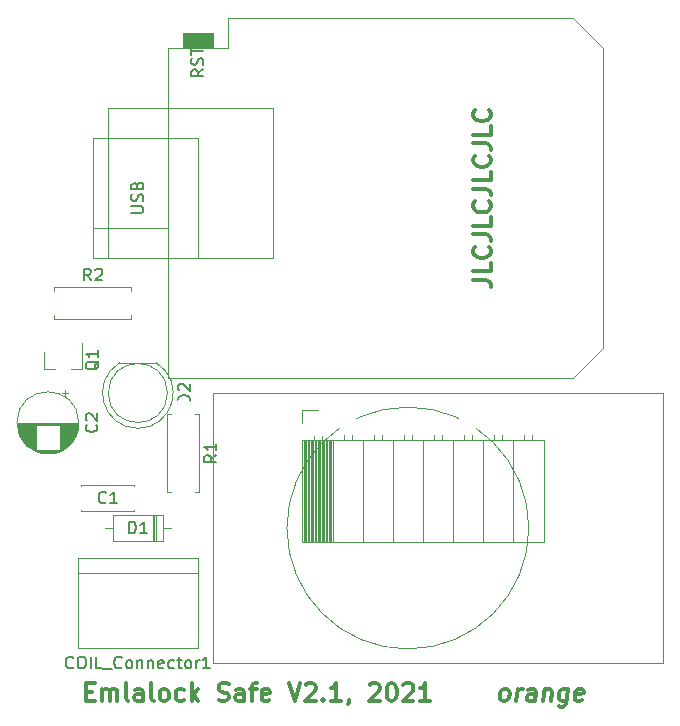
<source format=gto>
G04 #@! TF.GenerationSoftware,KiCad,Pcbnew,(5.1.12)-1*
G04 #@! TF.CreationDate,2022-01-06T10:15:51+01:00*
G04 #@! TF.ProjectId,EmlaLockSafe_Controller_Board,456d6c61-4c6f-4636-9b53-6166655f436f,2.0*
G04 #@! TF.SameCoordinates,Original*
G04 #@! TF.FileFunction,Legend,Top*
G04 #@! TF.FilePolarity,Positive*
%FSLAX46Y46*%
G04 Gerber Fmt 4.6, Leading zero omitted, Abs format (unit mm)*
G04 Created by KiCad (PCBNEW (5.1.12)-1) date 2022-01-06 10:15:51*
%MOMM*%
%LPD*%
G01*
G04 APERTURE LIST*
%ADD10C,0.300000*%
%ADD11C,0.120000*%
%ADD12C,0.100000*%
%ADD13C,0.150000*%
%ADD14C,1.800000*%
%ADD15C,3.000000*%
%ADD16C,1.400000*%
%ADD17C,3.100000*%
%ADD18O,2.000000X1.200000*%
%ADD19O,1.600000X1.600000*%
%ADD20C,1.600000*%
%ADD21O,1.700000X1.700000*%
%ADD22R,1.700000X1.700000*%
%ADD23R,1.800000X1.800000*%
%ADD24R,1.600000X1.600000*%
%ADD25R,3.000000X3.000000*%
%ADD26R,0.800000X0.900000*%
G04 APERTURE END LIST*
D10*
X155388571Y-94558571D02*
X156460000Y-94558571D01*
X156674285Y-94630000D01*
X156817142Y-94772857D01*
X156888571Y-94987142D01*
X156888571Y-95130000D01*
X156888571Y-93130000D02*
X156888571Y-93844285D01*
X155388571Y-93844285D01*
X156745714Y-91772857D02*
X156817142Y-91844285D01*
X156888571Y-92058571D01*
X156888571Y-92201428D01*
X156817142Y-92415714D01*
X156674285Y-92558571D01*
X156531428Y-92630000D01*
X156245714Y-92701428D01*
X156031428Y-92701428D01*
X155745714Y-92630000D01*
X155602857Y-92558571D01*
X155460000Y-92415714D01*
X155388571Y-92201428D01*
X155388571Y-92058571D01*
X155460000Y-91844285D01*
X155531428Y-91772857D01*
X155388571Y-90701428D02*
X156460000Y-90701428D01*
X156674285Y-90772857D01*
X156817142Y-90915714D01*
X156888571Y-91130000D01*
X156888571Y-91272857D01*
X156888571Y-89272857D02*
X156888571Y-89987142D01*
X155388571Y-89987142D01*
X156745714Y-87915714D02*
X156817142Y-87987142D01*
X156888571Y-88201428D01*
X156888571Y-88344285D01*
X156817142Y-88558571D01*
X156674285Y-88701428D01*
X156531428Y-88772857D01*
X156245714Y-88844285D01*
X156031428Y-88844285D01*
X155745714Y-88772857D01*
X155602857Y-88701428D01*
X155460000Y-88558571D01*
X155388571Y-88344285D01*
X155388571Y-88201428D01*
X155460000Y-87987142D01*
X155531428Y-87915714D01*
X155388571Y-86844285D02*
X156460000Y-86844285D01*
X156674285Y-86915714D01*
X156817142Y-87058571D01*
X156888571Y-87272857D01*
X156888571Y-87415714D01*
X156888571Y-85415714D02*
X156888571Y-86130000D01*
X155388571Y-86130000D01*
X156745714Y-84058571D02*
X156817142Y-84130000D01*
X156888571Y-84344285D01*
X156888571Y-84487142D01*
X156817142Y-84701428D01*
X156674285Y-84844285D01*
X156531428Y-84915714D01*
X156245714Y-84987142D01*
X156031428Y-84987142D01*
X155745714Y-84915714D01*
X155602857Y-84844285D01*
X155460000Y-84701428D01*
X155388571Y-84487142D01*
X155388571Y-84344285D01*
X155460000Y-84130000D01*
X155531428Y-84058571D01*
X155388571Y-82987142D02*
X156460000Y-82987142D01*
X156674285Y-83058571D01*
X156817142Y-83201428D01*
X156888571Y-83415714D01*
X156888571Y-83558571D01*
X156888571Y-81558571D02*
X156888571Y-82272857D01*
X155388571Y-82272857D01*
X156745714Y-80201428D02*
X156817142Y-80272857D01*
X156888571Y-80487142D01*
X156888571Y-80630000D01*
X156817142Y-80844285D01*
X156674285Y-80987142D01*
X156531428Y-81058571D01*
X156245714Y-81130000D01*
X156031428Y-81130000D01*
X155745714Y-81058571D01*
X155602857Y-80987142D01*
X155460000Y-80844285D01*
X155388571Y-80630000D01*
X155388571Y-80487142D01*
X155460000Y-80272857D01*
X155531428Y-80201428D01*
X157883928Y-130218571D02*
X157750000Y-130147142D01*
X157687500Y-130075714D01*
X157633928Y-129932857D01*
X157687500Y-129504285D01*
X157776785Y-129361428D01*
X157857142Y-129290000D01*
X158008928Y-129218571D01*
X158223214Y-129218571D01*
X158357142Y-129290000D01*
X158419642Y-129361428D01*
X158473214Y-129504285D01*
X158419642Y-129932857D01*
X158330357Y-130075714D01*
X158250000Y-130147142D01*
X158098214Y-130218571D01*
X157883928Y-130218571D01*
X159026785Y-130218571D02*
X159151785Y-129218571D01*
X159116071Y-129504285D02*
X159205357Y-129361428D01*
X159285714Y-129290000D01*
X159437500Y-129218571D01*
X159580357Y-129218571D01*
X160598214Y-130218571D02*
X160696428Y-129432857D01*
X160642857Y-129290000D01*
X160508928Y-129218571D01*
X160223214Y-129218571D01*
X160071428Y-129290000D01*
X160607142Y-130147142D02*
X160455357Y-130218571D01*
X160098214Y-130218571D01*
X159964285Y-130147142D01*
X159910714Y-130004285D01*
X159928571Y-129861428D01*
X160017857Y-129718571D01*
X160169642Y-129647142D01*
X160526785Y-129647142D01*
X160678571Y-129575714D01*
X161437500Y-129218571D02*
X161312500Y-130218571D01*
X161419642Y-129361428D02*
X161500000Y-129290000D01*
X161651785Y-129218571D01*
X161866071Y-129218571D01*
X162000000Y-129290000D01*
X162053571Y-129432857D01*
X161955357Y-130218571D01*
X163437500Y-129218571D02*
X163285714Y-130432857D01*
X163196428Y-130575714D01*
X163116071Y-130647142D01*
X162964285Y-130718571D01*
X162750000Y-130718571D01*
X162616071Y-130647142D01*
X163321428Y-130147142D02*
X163169642Y-130218571D01*
X162883928Y-130218571D01*
X162750000Y-130147142D01*
X162687500Y-130075714D01*
X162633928Y-129932857D01*
X162687500Y-129504285D01*
X162776785Y-129361428D01*
X162857142Y-129290000D01*
X163008928Y-129218571D01*
X163294642Y-129218571D01*
X163428571Y-129290000D01*
X164607142Y-130147142D02*
X164455357Y-130218571D01*
X164169642Y-130218571D01*
X164035714Y-130147142D01*
X163982142Y-130004285D01*
X164053571Y-129432857D01*
X164142857Y-129290000D01*
X164294642Y-129218571D01*
X164580357Y-129218571D01*
X164714285Y-129290000D01*
X164767857Y-129432857D01*
X164750000Y-129575714D01*
X164017857Y-129718571D01*
X122624285Y-129432857D02*
X123124285Y-129432857D01*
X123338571Y-130218571D02*
X122624285Y-130218571D01*
X122624285Y-128718571D01*
X123338571Y-128718571D01*
X123981428Y-130218571D02*
X123981428Y-129218571D01*
X123981428Y-129361428D02*
X124052857Y-129290000D01*
X124195714Y-129218571D01*
X124410000Y-129218571D01*
X124552857Y-129290000D01*
X124624285Y-129432857D01*
X124624285Y-130218571D01*
X124624285Y-129432857D02*
X124695714Y-129290000D01*
X124838571Y-129218571D01*
X125052857Y-129218571D01*
X125195714Y-129290000D01*
X125267142Y-129432857D01*
X125267142Y-130218571D01*
X126195714Y-130218571D02*
X126052857Y-130147142D01*
X125981428Y-130004285D01*
X125981428Y-128718571D01*
X127410000Y-130218571D02*
X127410000Y-129432857D01*
X127338571Y-129290000D01*
X127195714Y-129218571D01*
X126910000Y-129218571D01*
X126767142Y-129290000D01*
X127410000Y-130147142D02*
X127267142Y-130218571D01*
X126910000Y-130218571D01*
X126767142Y-130147142D01*
X126695714Y-130004285D01*
X126695714Y-129861428D01*
X126767142Y-129718571D01*
X126910000Y-129647142D01*
X127267142Y-129647142D01*
X127410000Y-129575714D01*
X128338571Y-130218571D02*
X128195714Y-130147142D01*
X128124285Y-130004285D01*
X128124285Y-128718571D01*
X129124285Y-130218571D02*
X128981428Y-130147142D01*
X128910000Y-130075714D01*
X128838571Y-129932857D01*
X128838571Y-129504285D01*
X128910000Y-129361428D01*
X128981428Y-129290000D01*
X129124285Y-129218571D01*
X129338571Y-129218571D01*
X129481428Y-129290000D01*
X129552857Y-129361428D01*
X129624285Y-129504285D01*
X129624285Y-129932857D01*
X129552857Y-130075714D01*
X129481428Y-130147142D01*
X129338571Y-130218571D01*
X129124285Y-130218571D01*
X130910000Y-130147142D02*
X130767142Y-130218571D01*
X130481428Y-130218571D01*
X130338571Y-130147142D01*
X130267142Y-130075714D01*
X130195714Y-129932857D01*
X130195714Y-129504285D01*
X130267142Y-129361428D01*
X130338571Y-129290000D01*
X130481428Y-129218571D01*
X130767142Y-129218571D01*
X130910000Y-129290000D01*
X131552857Y-130218571D02*
X131552857Y-128718571D01*
X131695714Y-129647142D02*
X132124285Y-130218571D01*
X132124285Y-129218571D02*
X131552857Y-129790000D01*
X133838571Y-130147142D02*
X134052857Y-130218571D01*
X134410000Y-130218571D01*
X134552857Y-130147142D01*
X134624285Y-130075714D01*
X134695714Y-129932857D01*
X134695714Y-129790000D01*
X134624285Y-129647142D01*
X134552857Y-129575714D01*
X134410000Y-129504285D01*
X134124285Y-129432857D01*
X133981428Y-129361428D01*
X133910000Y-129290000D01*
X133838571Y-129147142D01*
X133838571Y-129004285D01*
X133910000Y-128861428D01*
X133981428Y-128790000D01*
X134124285Y-128718571D01*
X134481428Y-128718571D01*
X134695714Y-128790000D01*
X135981428Y-130218571D02*
X135981428Y-129432857D01*
X135910000Y-129290000D01*
X135767142Y-129218571D01*
X135481428Y-129218571D01*
X135338571Y-129290000D01*
X135981428Y-130147142D02*
X135838571Y-130218571D01*
X135481428Y-130218571D01*
X135338571Y-130147142D01*
X135267142Y-130004285D01*
X135267142Y-129861428D01*
X135338571Y-129718571D01*
X135481428Y-129647142D01*
X135838571Y-129647142D01*
X135981428Y-129575714D01*
X136481428Y-129218571D02*
X137052857Y-129218571D01*
X136695714Y-130218571D02*
X136695714Y-128932857D01*
X136767142Y-128790000D01*
X136910000Y-128718571D01*
X137052857Y-128718571D01*
X138124285Y-130147142D02*
X137981428Y-130218571D01*
X137695714Y-130218571D01*
X137552857Y-130147142D01*
X137481428Y-130004285D01*
X137481428Y-129432857D01*
X137552857Y-129290000D01*
X137695714Y-129218571D01*
X137981428Y-129218571D01*
X138124285Y-129290000D01*
X138195714Y-129432857D01*
X138195714Y-129575714D01*
X137481428Y-129718571D01*
X139767142Y-128718571D02*
X140267142Y-130218571D01*
X140767142Y-128718571D01*
X141195714Y-128861428D02*
X141267142Y-128790000D01*
X141410000Y-128718571D01*
X141767142Y-128718571D01*
X141910000Y-128790000D01*
X141981428Y-128861428D01*
X142052857Y-129004285D01*
X142052857Y-129147142D01*
X141981428Y-129361428D01*
X141124285Y-130218571D01*
X142052857Y-130218571D01*
X142695714Y-130075714D02*
X142767142Y-130147142D01*
X142695714Y-130218571D01*
X142624285Y-130147142D01*
X142695714Y-130075714D01*
X142695714Y-130218571D01*
X144195714Y-130218571D02*
X143338571Y-130218571D01*
X143767142Y-130218571D02*
X143767142Y-128718571D01*
X143624285Y-128932857D01*
X143481428Y-129075714D01*
X143338571Y-129147142D01*
X144910000Y-130147142D02*
X144910000Y-130218571D01*
X144838571Y-130361428D01*
X144767142Y-130432857D01*
X146624285Y-128861428D02*
X146695714Y-128790000D01*
X146838571Y-128718571D01*
X147195714Y-128718571D01*
X147338571Y-128790000D01*
X147410000Y-128861428D01*
X147481428Y-129004285D01*
X147481428Y-129147142D01*
X147410000Y-129361428D01*
X146552857Y-130218571D01*
X147481428Y-130218571D01*
X148410000Y-128718571D02*
X148552857Y-128718571D01*
X148695714Y-128790000D01*
X148767142Y-128861428D01*
X148838571Y-129004285D01*
X148910000Y-129290000D01*
X148910000Y-129647142D01*
X148838571Y-129932857D01*
X148767142Y-130075714D01*
X148695714Y-130147142D01*
X148552857Y-130218571D01*
X148410000Y-130218571D01*
X148267142Y-130147142D01*
X148195714Y-130075714D01*
X148124285Y-129932857D01*
X148052857Y-129647142D01*
X148052857Y-129290000D01*
X148124285Y-129004285D01*
X148195714Y-128861428D01*
X148267142Y-128790000D01*
X148410000Y-128718571D01*
X149481428Y-128861428D02*
X149552857Y-128790000D01*
X149695714Y-128718571D01*
X150052857Y-128718571D01*
X150195714Y-128790000D01*
X150267142Y-128861428D01*
X150338571Y-129004285D01*
X150338571Y-129147142D01*
X150267142Y-129361428D01*
X149410000Y-130218571D01*
X150338571Y-130218571D01*
X151767142Y-130218571D02*
X150910000Y-130218571D01*
X151338571Y-130218571D02*
X151338571Y-128718571D01*
X151195714Y-128932857D01*
X151052857Y-129075714D01*
X150910000Y-129147142D01*
D11*
X129540000Y-82550000D02*
X123190000Y-82550000D01*
X129540000Y-90170000D02*
X129540000Y-82550000D01*
X123190000Y-90170000D02*
X129540000Y-90170000D01*
X123190000Y-82550000D02*
X123190000Y-90170000D01*
X138430000Y-92710000D02*
X138430000Y-80010000D01*
X124460000Y-92710000D02*
X138430000Y-92710000D01*
X124460000Y-80010000D02*
X124460000Y-92710000D01*
X138430000Y-80010000D02*
X124460000Y-80010000D01*
X134620000Y-74930000D02*
X129540000Y-74930000D01*
X166370000Y-100330000D02*
X166370000Y-76200000D01*
X166370000Y-100330000D02*
X163830000Y-102870000D01*
X166370000Y-74930000D02*
X163830000Y-72390000D01*
X166370000Y-74930000D02*
X166370000Y-76200000D01*
X163830000Y-102870000D02*
X129540000Y-102870000D01*
X163830000Y-72390000D02*
X134620000Y-72390000D01*
X134620000Y-72390000D02*
X134620000Y-74930000D01*
D12*
G36*
X130810000Y-73660000D02*
G01*
X133350000Y-73660000D01*
X133350000Y-74930000D01*
X130810000Y-74930000D01*
X130810000Y-73660000D01*
G37*
X130810000Y-73660000D02*
X133350000Y-73660000D01*
X133350000Y-74930000D01*
X130810000Y-74930000D01*
X130810000Y-73660000D01*
D11*
X129540000Y-74930000D02*
X129540000Y-102870000D01*
X129540000Y-82550000D02*
X123190000Y-82550000D01*
X123190000Y-82550000D02*
X123190000Y-92710000D01*
X123190000Y-92710000D02*
X129540000Y-92710000D01*
X129540000Y-82550000D02*
X132080000Y-82550000D01*
X132080000Y-82550000D02*
X132080000Y-92710000D01*
X132080000Y-92710000D02*
X129540000Y-92710000D01*
X160099067Y-115570000D02*
G75*
G03*
X160099067Y-115570000I-10239067J0D01*
G01*
X171450000Y-127000000D02*
X171450000Y-104140000D01*
X133350000Y-127000000D02*
X171450000Y-127000000D01*
X133350000Y-104140000D02*
X133350000Y-127000000D01*
X171450000Y-104140000D02*
X133350000Y-104140000D01*
X129440000Y-112490000D02*
X129770000Y-112490000D01*
X129440000Y-105950000D02*
X129440000Y-112490000D01*
X129770000Y-105950000D02*
X129440000Y-105950000D01*
X132180000Y-112490000D02*
X131850000Y-112490000D01*
X132180000Y-105950000D02*
X132180000Y-112490000D01*
X131850000Y-105950000D02*
X132180000Y-105950000D01*
X140910000Y-106680000D02*
X140910000Y-105570000D01*
X140910000Y-105570000D02*
X142240000Y-105570000D01*
X140910000Y-116770000D02*
X161350000Y-116770000D01*
X161350000Y-116770000D02*
X161350000Y-108140000D01*
X140910000Y-108140000D02*
X161350000Y-108140000D01*
X140910000Y-116770000D02*
X140910000Y-108140000D01*
X158750000Y-116770000D02*
X158750000Y-108140000D01*
X156210000Y-116770000D02*
X156210000Y-108140000D01*
X153670000Y-116770000D02*
X153670000Y-108140000D01*
X151130000Y-116770000D02*
X151130000Y-108140000D01*
X148590000Y-116770000D02*
X148590000Y-108140000D01*
X146050000Y-116770000D02*
X146050000Y-108140000D01*
X143510000Y-116770000D02*
X143510000Y-108140000D01*
X160380000Y-108140000D02*
X160380000Y-107730000D01*
X159660000Y-108140000D02*
X159660000Y-107730000D01*
X157840000Y-108140000D02*
X157840000Y-107730000D01*
X157120000Y-108140000D02*
X157120000Y-107730000D01*
X155300000Y-108140000D02*
X155300000Y-107730000D01*
X154580000Y-108140000D02*
X154580000Y-107730000D01*
X152760000Y-108140000D02*
X152760000Y-107730000D01*
X152040000Y-108140000D02*
X152040000Y-107730000D01*
X150220000Y-108140000D02*
X150220000Y-107730000D01*
X149500000Y-108140000D02*
X149500000Y-107730000D01*
X147680000Y-108140000D02*
X147680000Y-107730000D01*
X146960000Y-108140000D02*
X146960000Y-107730000D01*
X145140000Y-108140000D02*
X145140000Y-107730000D01*
X144420000Y-108140000D02*
X144420000Y-107730000D01*
X142600000Y-108140000D02*
X142600000Y-107790000D01*
X141880000Y-108140000D02*
X141880000Y-107790000D01*
X143391900Y-116770000D02*
X143391900Y-108140000D01*
X143273805Y-116770000D02*
X143273805Y-108140000D01*
X143155710Y-116770000D02*
X143155710Y-108140000D01*
X143037615Y-116770000D02*
X143037615Y-108140000D01*
X142919520Y-116770000D02*
X142919520Y-108140000D01*
X142801425Y-116770000D02*
X142801425Y-108140000D01*
X142683330Y-116770000D02*
X142683330Y-108140000D01*
X142565235Y-116770000D02*
X142565235Y-108140000D01*
X142447140Y-116770000D02*
X142447140Y-108140000D01*
X142329045Y-116770000D02*
X142329045Y-108140000D01*
X142210950Y-116770000D02*
X142210950Y-108140000D01*
X142092855Y-116770000D02*
X142092855Y-108140000D01*
X141974760Y-116770000D02*
X141974760Y-108140000D01*
X141856665Y-116770000D02*
X141856665Y-108140000D01*
X141738570Y-116770000D02*
X141738570Y-108140000D01*
X141620475Y-116770000D02*
X141620475Y-108140000D01*
X141502380Y-116770000D02*
X141502380Y-108140000D01*
X141384285Y-116770000D02*
X141384285Y-108140000D01*
X141266190Y-116770000D02*
X141266190Y-108140000D01*
X141148095Y-116770000D02*
X141148095Y-108140000D01*
X141030000Y-116770000D02*
X141030000Y-108140000D01*
X128545000Y-101580000D02*
X125455000Y-101580000D01*
X129500000Y-104140000D02*
G75*
G03*
X129500000Y-104140000I-2500000J0D01*
G01*
X127000462Y-107130000D02*
G75*
G02*
X125455170Y-101580000I-462J2990000D01*
G01*
X126999538Y-107130000D02*
G75*
G03*
X128544830Y-101580000I462J2990000D01*
G01*
X128520000Y-116690000D02*
X128520000Y-114450000D01*
X128280000Y-116690000D02*
X128280000Y-114450000D01*
X128400000Y-116690000D02*
X128400000Y-114450000D01*
X124230000Y-115570000D02*
X124880000Y-115570000D01*
X129770000Y-115570000D02*
X129120000Y-115570000D01*
X124880000Y-116690000D02*
X129120000Y-116690000D01*
X124880000Y-114450000D02*
X124880000Y-116690000D01*
X129120000Y-114450000D02*
X124880000Y-114450000D01*
X129120000Y-116690000D02*
X129120000Y-114450000D01*
X132080000Y-118110000D02*
X121920000Y-118110000D01*
X132080000Y-125730000D02*
X132080000Y-118110000D01*
X121920000Y-125730000D02*
X132080000Y-125730000D01*
X121920000Y-118110000D02*
X121920000Y-125730000D01*
X121920000Y-119380000D02*
X132080000Y-119380000D01*
X126460000Y-97890000D02*
X126460000Y-97560000D01*
X119920000Y-97890000D02*
X126460000Y-97890000D01*
X119920000Y-97560000D02*
X119920000Y-97890000D01*
X126460000Y-95150000D02*
X126460000Y-95480000D01*
X119920000Y-95150000D02*
X126460000Y-95150000D01*
X119920000Y-95480000D02*
X119920000Y-95150000D01*
X119070000Y-102090000D02*
X119070000Y-100630000D01*
X122230000Y-102090000D02*
X122230000Y-99930000D01*
X122230000Y-102090000D02*
X121300000Y-102090000D01*
X119070000Y-102090000D02*
X120000000Y-102090000D01*
X121105000Y-104105225D02*
X120605000Y-104105225D01*
X120855000Y-103855225D02*
X120855000Y-104355225D01*
X119664000Y-109261000D02*
X119096000Y-109261000D01*
X119898000Y-109221000D02*
X118862000Y-109221000D01*
X120057000Y-109181000D02*
X118703000Y-109181000D01*
X120185000Y-109141000D02*
X118575000Y-109141000D01*
X120295000Y-109101000D02*
X118465000Y-109101000D01*
X120391000Y-109061000D02*
X118369000Y-109061000D01*
X120478000Y-109021000D02*
X118282000Y-109021000D01*
X120558000Y-108981000D02*
X118202000Y-108981000D01*
X118340000Y-108941000D02*
X118129000Y-108941000D01*
X120631000Y-108941000D02*
X120420000Y-108941000D01*
X118340000Y-108901000D02*
X118061000Y-108901000D01*
X120699000Y-108901000D02*
X120420000Y-108901000D01*
X118340000Y-108861000D02*
X117997000Y-108861000D01*
X120763000Y-108861000D02*
X120420000Y-108861000D01*
X118340000Y-108821000D02*
X117937000Y-108821000D01*
X120823000Y-108821000D02*
X120420000Y-108821000D01*
X118340000Y-108781000D02*
X117880000Y-108781000D01*
X120880000Y-108781000D02*
X120420000Y-108781000D01*
X118340000Y-108741000D02*
X117826000Y-108741000D01*
X120934000Y-108741000D02*
X120420000Y-108741000D01*
X118340000Y-108701000D02*
X117775000Y-108701000D01*
X120985000Y-108701000D02*
X120420000Y-108701000D01*
X118340000Y-108661000D02*
X117727000Y-108661000D01*
X121033000Y-108661000D02*
X120420000Y-108661000D01*
X118340000Y-108621000D02*
X117681000Y-108621000D01*
X121079000Y-108621000D02*
X120420000Y-108621000D01*
X118340000Y-108581000D02*
X117637000Y-108581000D01*
X121123000Y-108581000D02*
X120420000Y-108581000D01*
X118340000Y-108541000D02*
X117595000Y-108541000D01*
X121165000Y-108541000D02*
X120420000Y-108541000D01*
X118340000Y-108501000D02*
X117554000Y-108501000D01*
X121206000Y-108501000D02*
X120420000Y-108501000D01*
X118340000Y-108461000D02*
X117516000Y-108461000D01*
X121244000Y-108461000D02*
X120420000Y-108461000D01*
X118340000Y-108421000D02*
X117479000Y-108421000D01*
X121281000Y-108421000D02*
X120420000Y-108421000D01*
X118340000Y-108381000D02*
X117443000Y-108381000D01*
X121317000Y-108381000D02*
X120420000Y-108381000D01*
X118340000Y-108341000D02*
X117409000Y-108341000D01*
X121351000Y-108341000D02*
X120420000Y-108341000D01*
X118340000Y-108301000D02*
X117376000Y-108301000D01*
X121384000Y-108301000D02*
X120420000Y-108301000D01*
X118340000Y-108261000D02*
X117345000Y-108261000D01*
X121415000Y-108261000D02*
X120420000Y-108261000D01*
X118340000Y-108221000D02*
X117315000Y-108221000D01*
X121445000Y-108221000D02*
X120420000Y-108221000D01*
X118340000Y-108181000D02*
X117285000Y-108181000D01*
X121475000Y-108181000D02*
X120420000Y-108181000D01*
X118340000Y-108141000D02*
X117258000Y-108141000D01*
X121502000Y-108141000D02*
X120420000Y-108141000D01*
X118340000Y-108101000D02*
X117231000Y-108101000D01*
X121529000Y-108101000D02*
X120420000Y-108101000D01*
X118340000Y-108061000D02*
X117205000Y-108061000D01*
X121555000Y-108061000D02*
X120420000Y-108061000D01*
X118340000Y-108021000D02*
X117180000Y-108021000D01*
X121580000Y-108021000D02*
X120420000Y-108021000D01*
X118340000Y-107981000D02*
X117156000Y-107981000D01*
X121604000Y-107981000D02*
X120420000Y-107981000D01*
X118340000Y-107941000D02*
X117133000Y-107941000D01*
X121627000Y-107941000D02*
X120420000Y-107941000D01*
X118340000Y-107901000D02*
X117112000Y-107901000D01*
X121648000Y-107901000D02*
X120420000Y-107901000D01*
X118340000Y-107861000D02*
X117090000Y-107861000D01*
X121670000Y-107861000D02*
X120420000Y-107861000D01*
X118340000Y-107821000D02*
X117070000Y-107821000D01*
X121690000Y-107821000D02*
X120420000Y-107821000D01*
X118340000Y-107781000D02*
X117051000Y-107781000D01*
X121709000Y-107781000D02*
X120420000Y-107781000D01*
X118340000Y-107741000D02*
X117032000Y-107741000D01*
X121728000Y-107741000D02*
X120420000Y-107741000D01*
X118340000Y-107701000D02*
X117015000Y-107701000D01*
X121745000Y-107701000D02*
X120420000Y-107701000D01*
X118340000Y-107661000D02*
X116998000Y-107661000D01*
X121762000Y-107661000D02*
X120420000Y-107661000D01*
X118340000Y-107621000D02*
X116982000Y-107621000D01*
X121778000Y-107621000D02*
X120420000Y-107621000D01*
X118340000Y-107581000D02*
X116966000Y-107581000D01*
X121794000Y-107581000D02*
X120420000Y-107581000D01*
X118340000Y-107541000D02*
X116952000Y-107541000D01*
X121808000Y-107541000D02*
X120420000Y-107541000D01*
X118340000Y-107501000D02*
X116938000Y-107501000D01*
X121822000Y-107501000D02*
X120420000Y-107501000D01*
X118340000Y-107461000D02*
X116925000Y-107461000D01*
X121835000Y-107461000D02*
X120420000Y-107461000D01*
X118340000Y-107421000D02*
X116912000Y-107421000D01*
X121848000Y-107421000D02*
X120420000Y-107421000D01*
X118340000Y-107381000D02*
X116900000Y-107381000D01*
X121860000Y-107381000D02*
X120420000Y-107381000D01*
X118340000Y-107340000D02*
X116889000Y-107340000D01*
X121871000Y-107340000D02*
X120420000Y-107340000D01*
X118340000Y-107300000D02*
X116879000Y-107300000D01*
X121881000Y-107300000D02*
X120420000Y-107300000D01*
X118340000Y-107260000D02*
X116869000Y-107260000D01*
X121891000Y-107260000D02*
X120420000Y-107260000D01*
X118340000Y-107220000D02*
X116860000Y-107220000D01*
X121900000Y-107220000D02*
X120420000Y-107220000D01*
X118340000Y-107180000D02*
X116852000Y-107180000D01*
X121908000Y-107180000D02*
X120420000Y-107180000D01*
X118340000Y-107140000D02*
X116844000Y-107140000D01*
X121916000Y-107140000D02*
X120420000Y-107140000D01*
X118340000Y-107100000D02*
X116837000Y-107100000D01*
X121923000Y-107100000D02*
X120420000Y-107100000D01*
X118340000Y-107060000D02*
X116830000Y-107060000D01*
X121930000Y-107060000D02*
X120420000Y-107060000D01*
X118340000Y-107020000D02*
X116824000Y-107020000D01*
X121936000Y-107020000D02*
X120420000Y-107020000D01*
X118340000Y-106980000D02*
X116819000Y-106980000D01*
X121941000Y-106980000D02*
X120420000Y-106980000D01*
X118340000Y-106940000D02*
X116815000Y-106940000D01*
X121945000Y-106940000D02*
X120420000Y-106940000D01*
X118340000Y-106900000D02*
X116811000Y-106900000D01*
X121949000Y-106900000D02*
X120420000Y-106900000D01*
X121953000Y-106860000D02*
X116807000Y-106860000D01*
X121956000Y-106820000D02*
X116804000Y-106820000D01*
X121958000Y-106780000D02*
X116802000Y-106780000D01*
X121959000Y-106740000D02*
X116801000Y-106740000D01*
X121960000Y-106700000D02*
X116800000Y-106700000D01*
X121960000Y-106660000D02*
X116800000Y-106660000D01*
X122000000Y-106660000D02*
G75*
G03*
X122000000Y-106660000I-2620000J0D01*
G01*
X122150000Y-111975000D02*
X122150000Y-111960000D01*
X122150000Y-114100000D02*
X122150000Y-114085000D01*
X126690000Y-111975000D02*
X126690000Y-111960000D01*
X126690000Y-114100000D02*
X126690000Y-114085000D01*
X126690000Y-111960000D02*
X122150000Y-111960000D01*
X126690000Y-114100000D02*
X122150000Y-114100000D01*
D13*
X126238095Y-102322380D02*
X126238095Y-103131904D01*
X126285714Y-103227142D01*
X126333333Y-103274761D01*
X126428571Y-103322380D01*
X126619047Y-103322380D01*
X126714285Y-103274761D01*
X126761904Y-103227142D01*
X126809523Y-103131904D01*
X126809523Y-102322380D01*
X127238095Y-102417619D02*
X127285714Y-102370000D01*
X127380952Y-102322380D01*
X127619047Y-102322380D01*
X127714285Y-102370000D01*
X127761904Y-102417619D01*
X127809523Y-102512857D01*
X127809523Y-102608095D01*
X127761904Y-102750952D01*
X127190476Y-103322380D01*
X127809523Y-103322380D01*
X132532380Y-76747619D02*
X132056190Y-77080952D01*
X132532380Y-77319047D02*
X131532380Y-77319047D01*
X131532380Y-76938095D01*
X131580000Y-76842857D01*
X131627619Y-76795238D01*
X131722857Y-76747619D01*
X131865714Y-76747619D01*
X131960952Y-76795238D01*
X132008571Y-76842857D01*
X132056190Y-76938095D01*
X132056190Y-77319047D01*
X132484761Y-76366666D02*
X132532380Y-76223809D01*
X132532380Y-75985714D01*
X132484761Y-75890476D01*
X132437142Y-75842857D01*
X132341904Y-75795238D01*
X132246666Y-75795238D01*
X132151428Y-75842857D01*
X132103809Y-75890476D01*
X132056190Y-75985714D01*
X132008571Y-76176190D01*
X131960952Y-76271428D01*
X131913333Y-76319047D01*
X131818095Y-76366666D01*
X131722857Y-76366666D01*
X131627619Y-76319047D01*
X131580000Y-76271428D01*
X131532380Y-76176190D01*
X131532380Y-75938095D01*
X131580000Y-75795238D01*
X131532380Y-75509523D02*
X131532380Y-74938095D01*
X132532380Y-75223809D02*
X131532380Y-75223809D01*
X126452380Y-88891904D02*
X127261904Y-88891904D01*
X127357142Y-88844285D01*
X127404761Y-88796666D01*
X127452380Y-88701428D01*
X127452380Y-88510952D01*
X127404761Y-88415714D01*
X127357142Y-88368095D01*
X127261904Y-88320476D01*
X126452380Y-88320476D01*
X127404761Y-87891904D02*
X127452380Y-87749047D01*
X127452380Y-87510952D01*
X127404761Y-87415714D01*
X127357142Y-87368095D01*
X127261904Y-87320476D01*
X127166666Y-87320476D01*
X127071428Y-87368095D01*
X127023809Y-87415714D01*
X126976190Y-87510952D01*
X126928571Y-87701428D01*
X126880952Y-87796666D01*
X126833333Y-87844285D01*
X126738095Y-87891904D01*
X126642857Y-87891904D01*
X126547619Y-87844285D01*
X126500000Y-87796666D01*
X126452380Y-87701428D01*
X126452380Y-87463333D01*
X126500000Y-87320476D01*
X126928571Y-86558571D02*
X126976190Y-86415714D01*
X127023809Y-86368095D01*
X127119047Y-86320476D01*
X127261904Y-86320476D01*
X127357142Y-86368095D01*
X127404761Y-86415714D01*
X127452380Y-86510952D01*
X127452380Y-86891904D01*
X126452380Y-86891904D01*
X126452380Y-86558571D01*
X126500000Y-86463333D01*
X126547619Y-86415714D01*
X126642857Y-86368095D01*
X126738095Y-86368095D01*
X126833333Y-86415714D01*
X126880952Y-86463333D01*
X126928571Y-86558571D01*
X126928571Y-86891904D01*
X133632380Y-109386666D02*
X133156190Y-109720000D01*
X133632380Y-109958095D02*
X132632380Y-109958095D01*
X132632380Y-109577142D01*
X132680000Y-109481904D01*
X132727619Y-109434285D01*
X132822857Y-109386666D01*
X132965714Y-109386666D01*
X133060952Y-109434285D01*
X133108571Y-109481904D01*
X133156190Y-109577142D01*
X133156190Y-109958095D01*
X133632380Y-108434285D02*
X133632380Y-109005714D01*
X133632380Y-108720000D02*
X132632380Y-108720000D01*
X132775238Y-108815238D01*
X132870476Y-108910476D01*
X132918095Y-109005714D01*
X131412380Y-104878095D02*
X130412380Y-104878095D01*
X130412380Y-104640000D01*
X130460000Y-104497142D01*
X130555238Y-104401904D01*
X130650476Y-104354285D01*
X130840952Y-104306666D01*
X130983809Y-104306666D01*
X131174285Y-104354285D01*
X131269523Y-104401904D01*
X131364761Y-104497142D01*
X131412380Y-104640000D01*
X131412380Y-104878095D01*
X130507619Y-103925714D02*
X130460000Y-103878095D01*
X130412380Y-103782857D01*
X130412380Y-103544761D01*
X130460000Y-103449523D01*
X130507619Y-103401904D01*
X130602857Y-103354285D01*
X130698095Y-103354285D01*
X130840952Y-103401904D01*
X131412380Y-103973333D01*
X131412380Y-103354285D01*
X126261904Y-116022380D02*
X126261904Y-115022380D01*
X126500000Y-115022380D01*
X126642857Y-115070000D01*
X126738095Y-115165238D01*
X126785714Y-115260476D01*
X126833333Y-115450952D01*
X126833333Y-115593809D01*
X126785714Y-115784285D01*
X126738095Y-115879523D01*
X126642857Y-115974761D01*
X126500000Y-116022380D01*
X126261904Y-116022380D01*
X127785714Y-116022380D02*
X127214285Y-116022380D01*
X127500000Y-116022380D02*
X127500000Y-115022380D01*
X127404761Y-115165238D01*
X127309523Y-115260476D01*
X127214285Y-115308095D01*
X121523809Y-127357142D02*
X121476190Y-127404761D01*
X121333333Y-127452380D01*
X121238095Y-127452380D01*
X121095238Y-127404761D01*
X121000000Y-127309523D01*
X120952380Y-127214285D01*
X120904761Y-127023809D01*
X120904761Y-126880952D01*
X120952380Y-126690476D01*
X121000000Y-126595238D01*
X121095238Y-126500000D01*
X121238095Y-126452380D01*
X121333333Y-126452380D01*
X121476190Y-126500000D01*
X121523809Y-126547619D01*
X122142857Y-126452380D02*
X122333333Y-126452380D01*
X122428571Y-126500000D01*
X122523809Y-126595238D01*
X122571428Y-126785714D01*
X122571428Y-127119047D01*
X122523809Y-127309523D01*
X122428571Y-127404761D01*
X122333333Y-127452380D01*
X122142857Y-127452380D01*
X122047619Y-127404761D01*
X121952380Y-127309523D01*
X121904761Y-127119047D01*
X121904761Y-126785714D01*
X121952380Y-126595238D01*
X122047619Y-126500000D01*
X122142857Y-126452380D01*
X123000000Y-127452380D02*
X123000000Y-126452380D01*
X123952380Y-127452380D02*
X123476190Y-127452380D01*
X123476190Y-126452380D01*
X124047619Y-127547619D02*
X124809523Y-127547619D01*
X125619047Y-127357142D02*
X125571428Y-127404761D01*
X125428571Y-127452380D01*
X125333333Y-127452380D01*
X125190476Y-127404761D01*
X125095238Y-127309523D01*
X125047619Y-127214285D01*
X125000000Y-127023809D01*
X125000000Y-126880952D01*
X125047619Y-126690476D01*
X125095238Y-126595238D01*
X125190476Y-126500000D01*
X125333333Y-126452380D01*
X125428571Y-126452380D01*
X125571428Y-126500000D01*
X125619047Y-126547619D01*
X126190476Y-127452380D02*
X126095238Y-127404761D01*
X126047619Y-127357142D01*
X126000000Y-127261904D01*
X126000000Y-126976190D01*
X126047619Y-126880952D01*
X126095238Y-126833333D01*
X126190476Y-126785714D01*
X126333333Y-126785714D01*
X126428571Y-126833333D01*
X126476190Y-126880952D01*
X126523809Y-126976190D01*
X126523809Y-127261904D01*
X126476190Y-127357142D01*
X126428571Y-127404761D01*
X126333333Y-127452380D01*
X126190476Y-127452380D01*
X126952380Y-126785714D02*
X126952380Y-127452380D01*
X126952380Y-126880952D02*
X127000000Y-126833333D01*
X127095238Y-126785714D01*
X127238095Y-126785714D01*
X127333333Y-126833333D01*
X127380952Y-126928571D01*
X127380952Y-127452380D01*
X127857142Y-126785714D02*
X127857142Y-127452380D01*
X127857142Y-126880952D02*
X127904761Y-126833333D01*
X128000000Y-126785714D01*
X128142857Y-126785714D01*
X128238095Y-126833333D01*
X128285714Y-126928571D01*
X128285714Y-127452380D01*
X129142857Y-127404761D02*
X129047619Y-127452380D01*
X128857142Y-127452380D01*
X128761904Y-127404761D01*
X128714285Y-127309523D01*
X128714285Y-126928571D01*
X128761904Y-126833333D01*
X128857142Y-126785714D01*
X129047619Y-126785714D01*
X129142857Y-126833333D01*
X129190476Y-126928571D01*
X129190476Y-127023809D01*
X128714285Y-127119047D01*
X130047619Y-127404761D02*
X129952380Y-127452380D01*
X129761904Y-127452380D01*
X129666666Y-127404761D01*
X129619047Y-127357142D01*
X129571428Y-127261904D01*
X129571428Y-126976190D01*
X129619047Y-126880952D01*
X129666666Y-126833333D01*
X129761904Y-126785714D01*
X129952380Y-126785714D01*
X130047619Y-126833333D01*
X130333333Y-126785714D02*
X130714285Y-126785714D01*
X130476190Y-126452380D02*
X130476190Y-127309523D01*
X130523809Y-127404761D01*
X130619047Y-127452380D01*
X130714285Y-127452380D01*
X131190476Y-127452380D02*
X131095238Y-127404761D01*
X131047619Y-127357142D01*
X131000000Y-127261904D01*
X131000000Y-126976190D01*
X131047619Y-126880952D01*
X131095238Y-126833333D01*
X131190476Y-126785714D01*
X131333333Y-126785714D01*
X131428571Y-126833333D01*
X131476190Y-126880952D01*
X131523809Y-126976190D01*
X131523809Y-127261904D01*
X131476190Y-127357142D01*
X131428571Y-127404761D01*
X131333333Y-127452380D01*
X131190476Y-127452380D01*
X131952380Y-127452380D02*
X131952380Y-126785714D01*
X131952380Y-126976190D02*
X132000000Y-126880952D01*
X132047619Y-126833333D01*
X132142857Y-126785714D01*
X132238095Y-126785714D01*
X133095238Y-127452380D02*
X132523809Y-127452380D01*
X132809523Y-127452380D02*
X132809523Y-126452380D01*
X132714285Y-126595238D01*
X132619047Y-126690476D01*
X132523809Y-126738095D01*
X123023333Y-94602380D02*
X122690000Y-94126190D01*
X122451904Y-94602380D02*
X122451904Y-93602380D01*
X122832857Y-93602380D01*
X122928095Y-93650000D01*
X122975714Y-93697619D01*
X123023333Y-93792857D01*
X123023333Y-93935714D01*
X122975714Y-94030952D01*
X122928095Y-94078571D01*
X122832857Y-94126190D01*
X122451904Y-94126190D01*
X123404285Y-93697619D02*
X123451904Y-93650000D01*
X123547142Y-93602380D01*
X123785238Y-93602380D01*
X123880476Y-93650000D01*
X123928095Y-93697619D01*
X123975714Y-93792857D01*
X123975714Y-93888095D01*
X123928095Y-94030952D01*
X123356666Y-94602380D01*
X123975714Y-94602380D01*
X123697619Y-101425238D02*
X123650000Y-101520476D01*
X123554761Y-101615714D01*
X123411904Y-101758571D01*
X123364285Y-101853809D01*
X123364285Y-101949047D01*
X123602380Y-101901428D02*
X123554761Y-101996666D01*
X123459523Y-102091904D01*
X123269047Y-102139523D01*
X122935714Y-102139523D01*
X122745238Y-102091904D01*
X122650000Y-101996666D01*
X122602380Y-101901428D01*
X122602380Y-101710952D01*
X122650000Y-101615714D01*
X122745238Y-101520476D01*
X122935714Y-101472857D01*
X123269047Y-101472857D01*
X123459523Y-101520476D01*
X123554761Y-101615714D01*
X123602380Y-101710952D01*
X123602380Y-101901428D01*
X123602380Y-100520476D02*
X123602380Y-101091904D01*
X123602380Y-100806190D02*
X122602380Y-100806190D01*
X122745238Y-100901428D01*
X122840476Y-100996666D01*
X122888095Y-101091904D01*
X123487142Y-106826666D02*
X123534761Y-106874285D01*
X123582380Y-107017142D01*
X123582380Y-107112380D01*
X123534761Y-107255238D01*
X123439523Y-107350476D01*
X123344285Y-107398095D01*
X123153809Y-107445714D01*
X123010952Y-107445714D01*
X122820476Y-107398095D01*
X122725238Y-107350476D01*
X122630000Y-107255238D01*
X122582380Y-107112380D01*
X122582380Y-107017142D01*
X122630000Y-106874285D01*
X122677619Y-106826666D01*
X122677619Y-106445714D02*
X122630000Y-106398095D01*
X122582380Y-106302857D01*
X122582380Y-106064761D01*
X122630000Y-105969523D01*
X122677619Y-105921904D01*
X122772857Y-105874285D01*
X122868095Y-105874285D01*
X123010952Y-105921904D01*
X123582380Y-106493333D01*
X123582380Y-105874285D01*
X124293333Y-113387142D02*
X124245714Y-113434761D01*
X124102857Y-113482380D01*
X124007619Y-113482380D01*
X123864761Y-113434761D01*
X123769523Y-113339523D01*
X123721904Y-113244285D01*
X123674285Y-113053809D01*
X123674285Y-112910952D01*
X123721904Y-112720476D01*
X123769523Y-112625238D01*
X123864761Y-112530000D01*
X124007619Y-112482380D01*
X124102857Y-112482380D01*
X124245714Y-112530000D01*
X124293333Y-112577619D01*
X125245714Y-113482380D02*
X124674285Y-113482380D01*
X124960000Y-113482380D02*
X124960000Y-112482380D01*
X124864761Y-112625238D01*
X124769523Y-112720476D01*
X124674285Y-112768095D01*
%LPC*%
D14*
X137160000Y-91440000D03*
X137160000Y-88900000D03*
X137160000Y-86360000D03*
X137160000Y-83820000D03*
X137160000Y-81280000D03*
D15*
X168910000Y-74930000D03*
D16*
X158750000Y-76200000D03*
X158750000Y-73660000D03*
X156210000Y-73660000D03*
X156210000Y-76200000D03*
X153670000Y-73660000D03*
X153670000Y-76200000D03*
X151130000Y-73660000D03*
X151130000Y-76200000D03*
X148590000Y-73660000D03*
X148590000Y-76200000D03*
X146050000Y-73660000D03*
X146050000Y-76200000D03*
X143510000Y-73660000D03*
X143510000Y-76200000D03*
X140970000Y-73660000D03*
X140970000Y-76200000D03*
X138430000Y-73660000D03*
X138430000Y-76200000D03*
X135890000Y-73660000D03*
X135890000Y-76200000D03*
X158750000Y-99060000D03*
X158750000Y-101600000D03*
X156210000Y-99060000D03*
X156210000Y-101600000D03*
X153670000Y-99060000D03*
X153670000Y-101600000D03*
X151130000Y-99060000D03*
X151130000Y-101600000D03*
X148590000Y-99060000D03*
X148590000Y-101600000D03*
X146050000Y-99060000D03*
X146050000Y-101600000D03*
X143510000Y-99060000D03*
X143510000Y-101600000D03*
X140970000Y-99060000D03*
X140970000Y-101600000D03*
X138430000Y-99060000D03*
X138430000Y-101600000D03*
X135890000Y-99060000D03*
X135890000Y-101600000D03*
D17*
X168910000Y-129540000D03*
D15*
X118110000Y-129540000D03*
X118110000Y-74930000D03*
D18*
X134620000Y-119380000D03*
X134620000Y-116840000D03*
X134620000Y-114300000D03*
X134620000Y-111760000D03*
X170180000Y-121920000D03*
X170180000Y-119380000D03*
X170180000Y-116840000D03*
X170180000Y-114300000D03*
X170180000Y-111760000D03*
X170180000Y-109220000D03*
D19*
X130810000Y-113030000D03*
D20*
X130810000Y-105410000D03*
D21*
X160020000Y-106680000D03*
X157480000Y-106680000D03*
X154940000Y-106680000D03*
X152400000Y-106680000D03*
X149860000Y-106680000D03*
X147320000Y-106680000D03*
X144780000Y-106680000D03*
D22*
X142240000Y-106680000D03*
D14*
X127000000Y-105410000D03*
D23*
X127000000Y-102870000D03*
D19*
X123190000Y-115570000D03*
D24*
X130810000Y-115570000D03*
D15*
X124460000Y-121920000D03*
D25*
X129540000Y-121920000D03*
D19*
X127000000Y-96520000D03*
D20*
X119380000Y-96520000D03*
D26*
X120650000Y-102330000D03*
X119700000Y-100330000D03*
X121600000Y-100330000D03*
D20*
X119380000Y-107910000D03*
D24*
X119380000Y-105410000D03*
D20*
X121920000Y-113030000D03*
X126920000Y-113030000D03*
M02*

</source>
